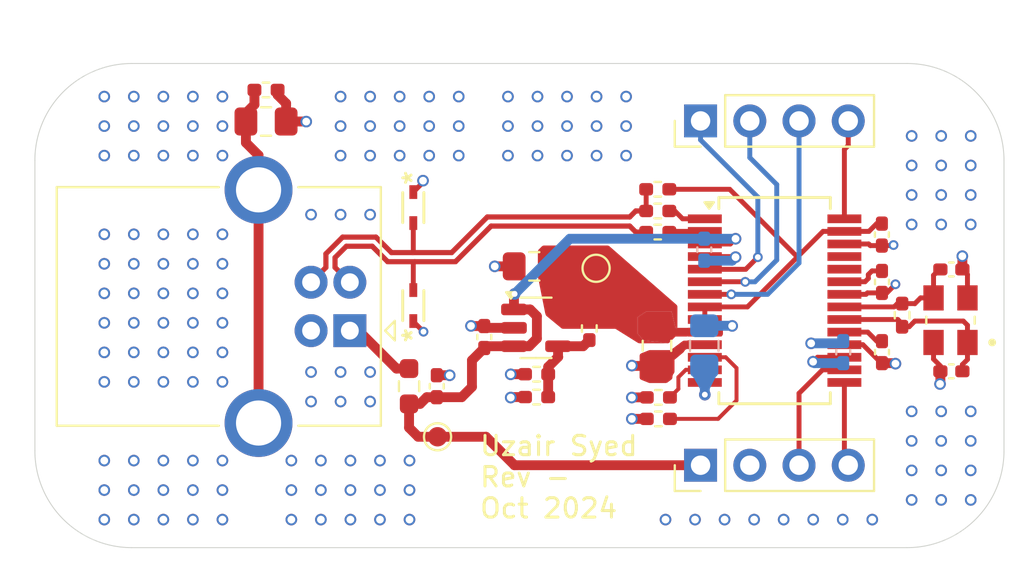
<source format=kicad_pcb>
(kicad_pcb (version 20240108) (generator "pcbnew") (generator_version "8.0")
  (layers (0 "F.Cu" signal) (1 "In1.Cu" signal) (2 "In2.Cu" signal) (31 "B.Cu" signal) (34 "B.Paste" user) (35 "F.Paste" user) (36 "B.SilkS" user "B.Silkscreen") (37 "F.SilkS" user "F.Silkscreen") (38 "B.Mask" user) (39 "F.Mask" user) (44 "Edge.Cuts" user))
  (net 0 "")
  (net 1 "/VCOM")
  (net 2 "GND")
  (net 3 "/VCCP1I")
  (net 4 "/VCCP2I")
  (net 5 "/VCCXI")
  (net 6 "VDDI")
  (net 7 "3V7")
  (net 8 "VBUS")
  (net 9 "/XTO")
  (net 10 "/XTI")
  (net 11 "CGND")
  (net 12 "/CONN_D-")
  (net 13 "/CONN_D+")
  (net 14 "VUSB_CONN")
  (net 15 "/HID1")
  (net 16 "/HID2")
  (net 17 "/HID0")
  (net 18 "/VOUTR")
  (net 19 "/~{SSPND}")
  (net 20 "/VOUTL")
  (net 21 "/USB_D+")
  (net 22 "/USB_D-")
  (net 23 "/VINR")
  (net 24 "/VINL")
  (net 25 "/ADJ")
  (footprint "TestPoint:TestPoint_Pad_D1.0mm" (layer "F.Cu") (at 85.775 94.275)
    (property "Reference" "TP2" (hide yes))
    (property "Value" "TestPoint")
  )
  (footprint "Resistor_SMD:R_0402_1005Metric_Pad0.72x0.64mm_HandSolder" (layer "F.Cu") (at 97.135 83.705)
    (property "Reference" "R2" (hide yes))
    (property "Value" "22R")
  )
  (footprint "Connector_PinHeader_2.54mm:PinHeader_1x04_P2.54mm_Vertical" (layer "F.Cu") (at 99.345 95.745 90)
    (property "Reference" "J2" (hide yes))
    (property "Value" "Conn_01x04_Pin")
  )
  (footprint "ESD321DYAR:SOT5x3_DYA_TEX-M" (layer "F.Cu") (at 84.5233 87.5001 90)
    (property "Reference" "D1" (hide yes))
    (property "Value" "ESD321")
  )
  (footprint "Resistor_SMD:R_0402_1005Metric_Pad0.72x0.64mm_HandSolder" (layer "F.Cu") (at 97.135 82.615)
    (property "Reference" "R1" (hide yes))
    (property "Value" "22R")
  )
  (footprint "Package_SO:SSOP-28_5.3x10.2mm_P0.65mm" (layer "F.Cu") (at 103.165 87.245)
    (property "Reference" "U1" (hide yes))
    (property "Value" "PCM2902")
  )
  (footprint "Resistor_SMD:R_0402_1005Metric_Pad0.72x0.64mm_HandSolder" (layer "F.Cu") (at 97.168 92.241 180)
    (property "Reference" "R3" (hide yes))
    (property "Value" "1k5")
  )
  (footprint "Resistor_SMD:R_0402_1005Metric_Pad0.72x0.64mm_HandSolder" (layer "F.Cu") (at 76.925 76.365)
    (property "Reference" "R7" (hide yes))
    (property "Value" "DNP")
  )
  (footprint "Capacitor_SMD:C_0805_2012Metric_Pad1.18x1.45mm_HandSolder" (layer "F.Cu") (at 97.095 89.58 -90)
    (property "Reference" "C6" (hide yes))
    (property "Value" "10u")
  )
  (footprint "Connector_USB:USB_B_OST_USB-B1HSxx_Horizontal" (layer "F.Cu") (at 81.25 88.795 180)
    (property "Reference" "J1" (hide yes))
    (property "Value" "USB_B")
  )
  (footprint "Capacitor_SMD:C_0402_1005Metric_Pad0.74x0.62mm_HandSolder" (layer "F.Cu") (at 85.735 91.665 90)
    (property "Reference" "C11" (hide yes))
    (property "Value" "1u")
  )
  (footprint "Capacitor_SMD:C_0402_1005Metric_Pad0.74x0.62mm_HandSolder" (layer "F.Cu") (at 108.705 89.905 -90)
    (property "Reference" "C3" (hide yes))
    (property "Value" "1u")
  )
  (footprint "ABM8:XTAL_ABM8-12.000MHZ-12-B1U-T" (layer "F.Cu") (at 112.24 88.255 180)
    (property "Reference" "Y1" (hide yes))
    (property "Value" "12MHz")
  )
  (footprint "ESD321DYAR:SOT5x3_DYA_TEX-M" (layer "F.Cu") (at 84.5234 82.4399 -90)
    (property "Reference" "D2" (hide yes))
    (property "Value" "ESD321")
  )
  (footprint "Resistor_SMD:R_0402_1005Metric_Pad0.72x0.64mm_HandSolder" (layer "F.Cu") (at 109.745 87.995 90)
    (property "Reference" "R5" (hide yes))
    (property "Value" "1M")
  )
  (footprint "Resistor_SMD:R_0402_1005Metric_Pad0.72x0.64mm_HandSolder" (layer "F.Cu") (at 93.605 88.685 -90)
    (property "Reference" "R10" (hide yes))
    (property "Value" "10k")
  )
  (footprint "Capacitor_SMD:C_0805_2012Metric_Pad1.18x1.45mm_HandSolder" (layer "F.Cu") (at 90.765 85.475 180)
    (property "Reference" "C12" (hide yes))
    (property "Value" "10u")
  )
  (footprint "Capacitor_SMD:C_0402_1005Metric_Pad0.74x0.62mm_HandSolder" (layer "F.Cu") (at 108.7 83.835 -90)
    (property "Reference" "C5" (hide yes))
    (property "Value" "1u")
  )
  (footprint "Capacitor_SMD:C_0402_1005Metric_Pad0.74x0.62mm_HandSolder" (layer "F.Cu") (at 88.185 89.125 90)
    (property "Reference" "C13" (hide yes))
    (property "Value" "1u")
  )
  (footprint "Capacitor_SMD:C_0402_1005Metric_Pad0.74x0.62mm_HandSolder" (layer "F.Cu") (at 112.285 85.635)
    (property "Reference" "C9" (hide yes))
    (property "Value" "20p")
  )
  (footprint "Resistor_SMD:R_0402_1005Metric_Pad0.72x0.64mm_HandSolder" (layer "F.Cu") (at 90.885 92.225 180)
    (property "Reference" "R9" (hide yes))
    (property "Value" "10k")
  )
  (footprint "Capacitor_SMD:C_0402_1005Metric_Pad0.74x0.62mm_HandSolder" (layer "F.Cu") (at 108.705 86.279 -90)
    (property "Reference" "C4" (hide yes))
    (property "Value" "1u")
  )
  (footprint "Capacitor_SMD:C_0805_2012Metric_Pad1.18x1.45mm_HandSolder" (layer "F.Cu") (at 76.925 77.995)
    (property "Reference" "C10" (hide yes))
    (property "Value" "2n2")
  )
  (footprint "Resistor_SMD:R_0402_1005Metric_Pad0.72x0.64mm_HandSolder" (layer "F.Cu") (at 90.885 91.045 180)
    (property "Reference" "R11" (hide yes))
    (property "Value" "10k")
  )
  (footprint "TestPoint:TestPoint_Pad_D1.0mm" (layer "F.Cu") (at 93.955 85.575)
    (property "Reference" "TP1" (hide yes))
    (property "Value" "TestPoint")
  )
  (footprint "Resistor_SMD:R_0402_1005Metric_Pad0.72x0.64mm_HandSolder" (layer "F.Cu") (at 97.168 93.351 180)
    (property "Reference" "R4" (hide yes))
    (property "Value" "1k5")
  )
  (footprint "Connector_PinHeader_2.54mm:PinHeader_1x04_P2.54mm_Vertical" (layer "F.Cu") (at 99.345 77.965 90)
    (property "Reference" "J3" (hide yes))
    (property "Value" "Conn_01x04_Pin")
  )
  (footprint "Resistor_SMD:R_0402_1005Metric_Pad0.72x0.64mm_HandSolder" (layer "F.Cu") (at 97.135 81.495 180)
    (property "Reference" "R6" (hide yes))
    (property "Value" "1k5")
  )
  (footprint "Capacitor_SMD:C_0402_1005Metric_Pad0.74x0.62mm_HandSolder" (layer "F.Cu") (at 112.285 90.895 180)
    (property "Reference" "C8" (hide yes))
    (property "Value" "20p")
  )
  (footprint "Resistor_SMD:R_0603_1608Metric_Pad0.98x0.95mm_HandSolder" (layer "F.Cu") (at 84.305 91.665 -90)
    (property "Reference" "R8" (hide yes))
    (property "Value" "2.2")
  )
  (footprint "Package_TO_SOT_SMD:SOT-23-5" (layer "F.Cu") (at 90.855 88.65)
    (property "Reference" "U2" (hide yes))
    (property "Value" "SPX3819M5-L")
  )
  (footprint "Capacitor_SMD:C_0402_1005Metric_Pad0.74x0.62mm_HandSolder" (layer "B.Cu") (at 106.705 89.905 90)
    (property "Reference" "C2" (hide yes))
    (property "Value" "1u")
  )
  (footprint "Capacitor_SMD:C_0805_2012Metric_Pad1.18x1.45mm_HandSolder" (layer "B.Cu") (at 99.536 89.58 90)
    (property "Reference" "C1" (hide yes))
    (property "Value" "10u")
  )
  (footprint "Capacitor_SMD:C_0402_1005Metric_Pad0.74x0.62mm_HandSolder" (layer "B.Cu") (at 99.535 84.615 -90)
    (property "Reference" "C7" (hide yes))
    (property "Value" "1u")
  )
  (gr_line (start 65 80) (end 65 95) (stroke (width 0.05)) (layer "Edge.Cuts"))
  (gr_line (start 70 100) (end 110 100) (stroke (width 0.05)) (layer "Edge.Cuts"))
  (gr_arc (start 70 100) (mid 66.464466 98.535534) (end 65 95) (stroke (width 0.05)) (layer "Edge.Cuts"))
  (gr_arc (start 115 95) (mid 113.535534 98.535534) (end 110 100) (stroke (width 0.05)) (layer "Edge.Cuts"))
  (gr_arc (start 110 75) (mid 113.535534 76.464466) (end 115 80) (stroke (width 0.05)) (layer "Edge.Cuts"))
  (gr_arc (start 65 80) (mid 66.464466 76.464466) (end 70 75) (stroke (width 0.05)) (layer "Edge.Cuts"))
  (gr_line (start 110 75) (end 70 75) (stroke (width 0.05)) (layer "Edge.Cuts"))
  (gr_line (start 115 95) (end 115 80) (stroke (width 0.05)) (layer "Edge.Cuts"))
  (gr_text "Uzair Syed	\nRev -\nOct 2024" (at 87.884 98.552 0) (layer "F.SilkS") (effects (font (size 1 1) (thickness 0.153) (bold yes)) (justify left bottom)))
  (segment (start 99.565 92.1) (end 99.565 91.47) (width 0.254) (layer "F.Cu") (net 1))
  (via (at 99.565 92.1) (size 0.6) (drill 0.3) (layers "F.Cu" "B.Cu") (net 1))
  (segment (start 99.565 90.6465) (end 99.536 90.6175) (width 0.508) (layer "B.Cu") (net 1))
  (segment (start 99.565 92.1) (end 99.565 90.6465) (width 0.508) (layer "B.Cu") (net 1))
  (segment (start 89.575 92.225) (end 89.55 92.25) (width 0.508) (layer "F.Cu") (net 2))
  (segment (start 105.12 89.52) (end 105.05 89.45) (width 0.254) (layer "F.Cu") (net 2))
  (segment (start 88.185 88.5575) (end 87.5075 88.5575) (width 0.508) (layer "F.Cu") (net 2))
  (segment (start 111.7175 90.895) (end 111.7175 90.6175) (width 0.254) (layer "F.Cu") (net 2))
  (segment (start 112.8525 85.635) (end 113.115 85.8975) (width 0.254) (layer "F.Cu") (net 2))
  (segment (start 85.025 81.05) (end 85.025 81.1382) (width 0.254) (layer "F.Cu") (net 2))
  (segment (start 111.7175 90.6175) (end 111.365 90.265) (width 0.254) (layer "F.Cu") (net 2))
  (segment (start 88.2775 88.65) (end 88.185 88.5575) (width 0.508) (layer "F.Cu") (net 2))
  (segment (start 89.7275 85.475) (end 88.725 85.475) (width 0.508) (layer "F.Cu") (net 2))
  (segment (start 111.365 90.265) (end 111.365 89.405) (width 0.254) (layer "F.Cu") (net 2))
  (segment (start 106.765 84.32) (end 108.02 84.32) (width 0.254) (layer "F.Cu") (net 2))
  (segment (start 77.9625 77.995) (end 78.995 77.995) (width 0.508) (layer "F.Cu") (net 2))
  (segment (start 85.025 81.1382) (end 84.5234 81.6398) (width 0.254) (layer "F.Cu") (net 2))
  (segment (start 106.765 89.52) (end 107.72 89.52) (width 0.254) (layer "F.Cu") (net 2))
  (segment (start 96.5705 92.241) (end 95.809 92.241) (width 0.508) (layer "F.Cu") (net 2))
  (segment (start 84.5233 88.3002) (end 84.5233 88.3233) (width 0.254) (layer "F.Cu") (net 2))
  (segment (start 85.735 91.0975) (end 86.3975 91.0975) (width 0.508) (layer "F.Cu") (net 2))
  (segment (start 108.7 84.4025) (end 109.2725 84.4025) (width 0.254) (layer "F.Cu") (net 2))
  (segment (start 108.02 84.32) (end 108.1025 84.4025) (width 0.254) (layer "F.Cu") (net 2))
  (segment (start 109.3725 90.4725) (end 109.4 90.5) (width 0.508) (layer "F.Cu") (net 2))
  (segment (start 89.7175 88.65) (end 88.2775 88.65) (width 0.508) (layer "F.Cu") (net 2))
  (segment (start 95.8175 90.6175) (end 95.8 90.6) (width 0.508) (layer "F.Cu") (net 2))
  (segment (start 90.2875 91.045) (end 89.555 91.045) (width 0.508) (layer "F.Cu") (net 2))
  (segment (start 113.115 85.8975) (end 113.115 87.105) (width 0.254) (layer "F.Cu") (net 2))
  (segment (start 109.2725 84.4025) (end 109.3 84.375) (width 0.254) (layer "F.Cu") (net 2))
  (segment (start 90.2875 92.225) (end 89.575 92.225) (width 0.508) (layer "F.Cu") (net 2))
  (segment (start 107.88 86.92) (end 106.765 86.92) (width 0.254) (layer "F.Cu") (net 2))
  (segment (start 107.72 89.52) (end 108.6725 90.4725) (width 0.254) (layer "F.Cu") (net 2))
  (segment (start 108.6725 90.4725) (end 108.705 90.4725) (width 0.254) (layer "F.Cu") (net 2))
  (segment (start 111.7175 90.895) (end 111.7175 91.5325) (width 0.508) (layer "F.Cu") (net 2))
  (segment (start 106.765 89.52) (end 105.12 89.52) (width 0.254) (layer "F.Cu") (net 2))
  (segment (start 77.5225 76.365) (end 77.5225 76.6225) (width 0.508) (layer "F.Cu") (net 2))
  (segment (start 78.995 77.995) (end 79 78) (width 0.508) (layer "F.Cu") (net 2))
  (segment (start 112.8525 85.635) (end 112.8525 84.9525) (width 0.508) (layer "F.Cu") (net 2))
  (segment (start 84.5233 88.3233) (end 85.05 88.85) (width 0.254) (layer "F.Cu") (net 2))
  (segment (start 99.565 84.97) (end 101.12 84.97) (width 0.254) (layer "F.Cu") (net 2))
  (segment (start 84.5233 88.3002) (end 84.5233 88.4733) (width 0.254) (layer "F.Cu") (net 2))
  (segment (start 95.809 92.241) (end 95.8 92.25) (width 0.508) (layer "F.Cu") (net 2))
  (segment (start 108.9535 86.8465) (end 109.4 86.4) (width 0.254) (layer "F.Cu") (net 2))
  (segment (start 107.9535 86.8465) (end 107.88 86.92) (width 0.254) (layer "F.Cu") (net 2))
  (segment (start 101.12 84.97) (end 101.15 85) (width 0.254) (layer "F.Cu") (net 2))
  (segment (start 86.3975 91.0975) (end 86.4 91.1) (width 0.508) (layer "F.Cu") (net 2))
  (segment (start 89.555 91.045) (end 89.55 91.05) (width 0.508) (layer "F.Cu") (net 2))
  (segment (start 87.5075 88.5575) (end 87.5 88.55) (width 0.508) (layer "F.Cu") (net 2))
  (segment (start 112.8525 84.9525) (end 112.85 84.95) (width 0.508) (layer "F.Cu") (net 2))
  (segment (start 96.5705 93.351) (end 95.801 93.351) (width 0.508) (layer "F.Cu") (net 2))
  (segment (start 77.5225 76.6225) (end 77.9625 77.0625) (width 0.508) (layer "F.Cu") (net 2))
  (segment (start 108.705 90.4725) (end 109.3725 90.4725) (width 0.508) (layer "F.Cu") (net 2))
  (segment (start 97.095 90.6175) (end 95.8175 90.6175) (width 0.508) (layer "F.Cu") (net 2))
  (segment (start 111.7175 91.5325) (end 111.7 91.55) (width 0.508) (layer "F.Cu") (net 2))
  (segment (start 108.705 86.8465) (end 108.9535 86.8465) (width 0.254) (layer "F.Cu") (net 2))
  (segment (start 108.1025 84.4025) (end 108.7 84.4025) (width 0.254) (layer "F.Cu") (net 2))
  (segment (start 108.705 86.8465) (end 107.9535 86.8465) (width 0.254) (layer "F.Cu") (net 2))
  (segment (start 95.801 93.351) (end 95.8 93.35) (width 0.508) (layer "F.Cu") (net 2))
  (segment (start 77.9625 77.0625) (end 77.9625 77.995) (width 0.508) (layer "F.Cu") (net 2))
  (via (at 74.676 88.392) (size 0.6) (drill 0.4) (layers "F.Cu" "B.Cu") (net 2))
  (via (at 90.932 78.232) (size 0.6) (drill 0.4) (layers "F.Cu" "B.Cu") (net 2))
  (via (at 87.5 88.55) (size 0.6) (drill 0.4) (layers "F.Cu" "B.Cu") (net 2))
  (via (at 71.628 76.708) (size 0.6) (drill 0.4) (layers "F.Cu" "B.Cu") (net 2))
  (via (at 103.632 98.552) (size 0.6) (drill 0.4) (layers "F.Cu" "B.Cu") (net 2))
  (via (at 70.104 78.232) (size 0.6) (drill 0.4) (layers "F.Cu" "B.Cu") (net 2))
  (via (at 71.628 78.232) (size 0.6) (drill 0.4) (layers "F.Cu" "B.Cu") (net 2))
  (via (at 86.868 76.708) (size 0.6) (drill 0.4) (layers "F.Cu" "B.Cu") (net 2))
  (via (at 111.76 80.264) (size 0.6) (drill 0.4) (layers "F.Cu" "B.Cu") (net 2))
  (via (at 86.868 78.232) (size 0.6) (drill 0.4) (layers "F.Cu" "B.Cu") (net 2))
  (via (at 80.772 82.804) (size 0.6) (drill 0.4) (layers "F.Cu" "B.Cu") (net 2))
  (via (at 85.05 88.85) (size 0.5) (drill 0.3) (layers "F.Cu" "B.Cu") (net 2))
  (via (at 74.676 85.344) (size 0.6) (drill 0.4) (layers "F.Cu" "B.Cu") (net 2))
  (via (at 82.804 97.028) (size 0.6) (drill 0.4) (layers "F.Cu" "B.Cu") (net 2))
  (via (at 92.456 78.232) (size 0.6) (drill 0.4) (layers "F.Cu" "B.Cu") (net 2))
  (via (at 82.296 82.804) (size 0.6) (drill 0.4) (layers "F.Cu" "B.Cu") (net 2))
  (via (at 71.628 89.916) (size 0.6) (drill 0.4) (layers "F.Cu" "B.Cu") (net 2))
  (via (at 81.28 95.504) (size 0.6) (drill 0.4) (layers "F.Cu" "B.Cu") (net 2))
  (via (at 113.284 94.488) (size 0.6) (drill 0.4) (layers "F.Cu" "B.Cu") (net 2))
  (via (at 70.104 83.82) (size 0.6) (drill 0.4) (layers "F.Cu" "B.Cu") (net 2))
  (via (at 110.236 96.012) (size 0.6) (drill 0.4) (layers "F.Cu" "B.Cu") (net 2))
  (via (at 109.3 84.375) (size 0.5) (drill 0.3) (layers "F.Cu" "B.Cu") (net 2))
  (via (at 90.932 79.756) (size 0.6) (drill 0.4) (layers "F.Cu" "B.Cu") (net 2))
  (via (at 110.236 81.788) (size 0.6) (drill 0.4) (layers "F.Cu" "B.Cu") (net 2))
  (via (at 97.536 98.552) (size 0.6) (drill 0.4) (layers "F.Cu" "B.Cu") (net 2))
  (via (at 68.58 88.392) (size 0.6) (drill 0.4) (layers "F.Cu" "B.Cu") (net 2))
  (via (at 73.152 95.504) (size 0.6) (drill 0.4) (layers "F.Cu" "B.Cu") (net 2))
  (via (at 113.284 78.74) (size 0.6) (drill 0.4) (layers "F.Cu" "B.Cu") (net 2))
  (via (at 74.676 98.552) (size 0.6) (drill 0.4) (layers "F.Cu" "B.Cu") (net 2))
  (via (at 84.328 97.028) (size 0.6) (drill 0.4) (layers "F.Cu" "B.Cu") (net 2))
  (via (at 111.76 96.012) (size 0.6) (drill 0.4) (layers "F.Cu" "B.Cu") (net 2))
  (via (at 101.15 85) (size 0.6) (drill 0.4) (layers "F.Cu" "B.Cu") (net 2))
  (via (at 110.236 80.264) (size 0.6) (drill 0.4) (layers "F.Cu" "B.Cu") (net 2))
  (via (at 79.756 98.552) (size 0.6) (drill 0.4) (layers "F.Cu" "B.Cu") (net 2))
  (via (at 70.104 88.392) (size 0.6) (drill 0.4) (layers "F.Cu" "B.Cu") (net 2))
  (via (at 74.676 86.868) (size 0.6) (drill 0.4) (layers "F.Cu" "B.Cu") (net 2))
  (via (at 102.108 98.552) (size 0.6) (drill 0.4) (layers "F.Cu" "B.Cu") (net 2))
  (via (at 68.58 86.868) (size 0.6) (drill 0.4) (layers "F.Cu" "B.Cu") (net 2))
  (via (at 71.628 79.756) (size 0.6) (drill 0.4) (layers "F.Cu" "B.Cu") (net 2))
  (via (at 89.408 76.708) (size 0.6) (drill 0.4) (layers "F.Cu" "B.Cu") (net 2))
  (via (at 95.8 93.35) (size 0.6) (drill 0.4) (layers "F.Cu" "B.Cu") (net 2))
  (via (at 68.58 76.708) (size 0.6) (drill 0.4) (layers "F.Cu" "B.Cu") (net 2))
  (via (at 79 78) (size 0.6) (drill 0.4) (layers "F.Cu" "B.Cu") (net 2))
  (via (at 79.756 95.504) (size 0.6) (drill 0.4) (layers "F.Cu" "B.Cu") (net 2))
  (via (at 68.58 89.916) (size 0.6) (drill 0.4) (layers "F.Cu" "B.Cu") (net 2))
  (via (at 70.104 86.868) (size 0.6) (drill 0.4) (layers "F.Cu" "B.Cu") (net 2))
  (via (at 100.584 98.552) (size 0.6) (drill 0.4) (layers "F.Cu" "B.Cu") (net 2))
  (via (at 111.76 97.536) (size 0.6) (drill 0.4) (layers "F.Cu" "B.Cu") (net 2))
  (via (at 82.804 95.504) (size 0.6) (drill 0.4) (layers "F.Cu" "B.Cu") (net 2))
  (via (at 68.58 98.552) (size 0.6) (drill 0.4) (layers "F.Cu" "B.Cu") (net 2))
  (via (at 112.85 84.95) (size 0.6) (drill 0.4) (layers "F.Cu" "B.Cu") (net 2))
  (via (at 110.236 94.488) (size 0.6) (drill 0.4) (layers "F.Cu" "B.Cu") (net 2))
  (via (at 111.76 83.312) (size 0.6) (drill 0.4) (layers "F.Cu" "B.Cu") (net 2))
  (via (at 85.344 78.232) (size 0.6) (drill 0.4) (layers "F.Cu" "B.Cu") (net 2))
  (via (at 74.676 79.756) (size 0.6) (drill 0.4) (layers "F.Cu" "B.Cu") (net 2))
  (via (at 70.104 95.504) (size 0.6) (drill 0.4) (layers "F.Cu" "B.Cu") (net 2))
  (via (at 73.152 97.028) (size 0.6) (drill 0.4) (layers "F.Cu" "B.Cu") (net 2))
  (via (at 73.152 89.916) (size 0.6) (drill 0.4) (layers "F.Cu" "B.Cu") (net 2))
  (via (at 73.152 98.552) (size 0.6) (drill 0.4) (layers "F.Cu" "B.Cu") (net 2))
  (via (at 100.975 88.55) (size 0.6) (drill 0.4) (layers "F.Cu" "B.Cu") (net 2))
  (via (at 74.676 83.82) (size 0.6) (drill 0.4) (layers "F.Cu" "B.Cu") (net 2))
  (via (at 109.4 90.5) (size 0.6) (drill 0.4) (layers "F.Cu" "B.Cu") (net 2))
  (via (at 113.284 80.264) (size 0.6) (drill 0.4) (layers "F.Cu" "B.Cu") (net 2))
  (via (at 80.772 76.708) (size 0.6) (drill 0.4) (layers "F.Cu" "B.Cu") (net 2))
  (via (at 105.156 98.552) (size 0.6) (drill 0.4) (layers "F.Cu" "B.Cu") (net 2))
  (via (at 110.236 78.74) (size 0.6) (drill 0.4) (layers "F.Cu" "B.Cu") (net 2))
  (via (at 73.152 79.756) (size 0.6) (drill 0.4) (layers "F.Cu" "B.Cu") (net 2))
  (via (at 81.28 97.028) (size 0.6) (drill 0.4) (layers "F.Cu" "B.Cu") (net 2))
  (via (at 92.456 76.708) (size 0.6) (drill 0.4) (layers "F.Cu" "B.Cu") (net 2))
  (via (at 68.58 78.232) (size 0.6) (drill 0.4) (layers "F.Cu" "B.Cu") (net 2))
  (via (at 73.152 88.392) (size 0.6) (drill 0.4) (layers "F.Cu" "B.Cu") (net 2))
  (via (at 78.232 97.028) (size 0.6) (drill 0.4) (layers "F.Cu" "B.Cu") (net 2))
  (via (at 84.328 98.552) (size 0.6) (drill 0.4) (layers "F.Cu" "B.Cu") (net 2))
  (via (at 70.104 97.028) (size 0.6) (drill 0.4) (layers "F.Cu" "B.Cu") (net 2))
  (via (at 82.804 98.552) (size 0.6) (drill 0.4) (layers "F.Cu" "B.Cu") (net 2))
  (via (at 113.284 81.788) (size 0.6) (drill 0.4) (layers "F.Cu" "B.Cu") (net 2))
  (via (at 68.58 95.504) (size 0.6) (drill 0.4) (layers "F.Cu" "B.Cu") (net 2))
  (via (at 80.772 90.932) (size 0.6) (drill 0.4) (layers "F.Cu" "B.Cu") (net 2))
  (via (at 113.284 96.012) (size 0.6) (drill 0.4) (layers "F.Cu" "B.Cu") (net 2))
  (via (at 71.628 98.552) (size 0.6) (drill 0.4) (layers "F.Cu" "B.Cu") (net 2))
  (via (at 68.58 83.82) (size 0.6) (drill 0.4) (layers "F.Cu" "B.Cu") (net 2))
  (via (at 95.504 76.708) (size 0.6) (drill 0.4) (layers "F.Cu" "B.Cu") (net 2))
  (via (at 70.104 76.708) (size 0.6) (drill 0.4) (layers "F.Cu" "B.Cu") (net 2))
  (via (at 89.55 91.05) (size 0.6) (drill 0.4) (layers "F.Cu" "B.Cu") (net 2))
  (via (at 74.676 95.504) (size 0.6) (drill 0.4) (layers "F.Cu" "B.Cu") (net 2))
  (via (at 111.76 94.488) (size 0.6) (drill 0.4) (layers "F.Cu" "B.Cu") (net 2))
  (via (at 110.236 92.964) (size 0.6) (drill 0.4) (layers "F.Cu" "B.Cu") (net 2))
  (via (at 113.284 92.964) (size 0.6) (drill 0.4) (layers "F.Cu" "B.Cu") (net 2))
  (via (at 71.628 83.82) (size 0.6) (drill 0.4) (layers "F.Cu" "B.Cu") (net 2))
  (via (at 89.408 78.232) (size 0.6) (drill 0.4) (layers "F.Cu" "B.Cu") (net 2))
  (via (at 86.868 79.756) (size 0.6) (drill 0.4) (layers "F.Cu" "B.Cu") (net 2))
  (via (at 80.772 92.456) (size 0.6) (drill 0.4) (layers "F.Cu" "B.Cu") (net 2))
  (via (at 70.104 98.552) (size 0.6) (drill 0.4) (layers "F.Cu" "B.Cu") (net 2))
  (via (at 78.232 95.504) (size 0.6) (drill 0.4) (layers "F.Cu" "B.Cu") (net 2))
  (via (at 93.98 78.232) (size 0.6) (drill 0.4) (layers "F.Cu" "B.Cu") (net 2))
  (via (at 89.408 79.756) (size 0.6) (drill 0.4) (layers "F.Cu" "B.Cu") (net 2))
  (via (at 82.296 79.756) (size 0.6) (drill 0.4) (layers "F.Cu" "B.Cu") (net 2))
  (via (at 79.756 97.028) (size 0.6) (drill 0.4) (layers "F.Cu" "B.Cu") (net 2))
  (via (at 105.05 89.45) (size 0.6) (drill 0.4) (layers "F.Cu" "B.Cu") (net 2))
  (via (at 68.58 85.344) (size 0.6) (drill 0.4) (layers "F.Cu" "B.Cu") (net 2))
  (via (at 74.676 89.916) (size 0.6) (drill 0.4) (layers "F.Cu" "B.Cu") (net 2))
  (via (at 95.8 90.6) (size 0.6) (drill 0.4) (layers "F.Cu" "B.Cu") (net 2))
  (via (at 71.628 97.028) (size 0.6) (drill 0.4) (layers "F.Cu" "B.Cu") (net 2))
  (via (at 81.28 98.552) (size 0.6) (drill 0.4) (layers "F.Cu" "B.Cu") (net 2))
  (via (at 111.76 81.788) (size 0.6) (drill 0.4) (layers "F.Cu" "B.Cu") (net 2))
  (via (at 106.68 98.552) (size 0.6) (drill 0.4) (layers "F.Cu" "B.Cu") (net 2))
  (via (at 73.152 83.82) (size 0.6) (drill 0.4) (layers "F.Cu" "B.Cu") (net 2))
  (via (at 73.152 78.232) (size 0.6) (drill 0.4) (layers "F.Cu" "B.Cu") (net 2))
  (via (at 71.628 88.392) (size 0.6) (drill 0.4) (layers "F.Cu" "B.Cu") (net 2))
  (via (at 70.104 79.756) (size 0.6) (drill 0.4) (layers "F.Cu" "B.Cu") (net 2))
  (via (at 70.104 91.44) (size 0.6) (drill 0.4) (layers "F.Cu" "B.Cu") (net 2))
  (via (at 88.725 85.475) (size 0.6) (drill 0.4) (layers "F.Cu" "B.Cu") (net 2))
  (via (at 95.504 79.756) (size 0.6) (drill 0.4) (layers "F.Cu" "B.Cu") (net 2))
  (via (at 73.152 76.708) (size 0.6) (drill 0.4) (layers "F.Cu" "B.Cu") (net 2))
  (via (at 84.328 95.504) (size 0.6) (drill 0.4) (layers "F.Cu" "B.Cu") (net 2))
  (via (at 109.4 86.4) (size 0.5) (drill 0.3) (layers "F.Cu" "B.Cu") (net 2))
  (via (at 95.504 78.232) (size 0.6) (drill 0.4) (layers "F.Cu" "B.Cu") (net 2))
  (via (at 70.104 85.344) (size 0.6) (drill 0.4) (layers "F.Cu" "B.Cu") (net 2))
  (via (at 95.8 92.25) (size 0.6) (drill 0.4) (layers "F.Cu" "B.Cu") (net 2))
  (via (at 71.628 86.868) (size 0.6) (drill 0.4) (layers "F.Cu" "B.Cu") (net 2))
  (via (at 74.676 97.028) (size 0.6) (drill 0.4) (layers "F.Cu" "B.Cu") (net 2))
  (via (at 79.248 90.932) (size 0.6) (drill 0.4) (layers "F.Cu" "B.Cu") (net 2))
  (via (at 73.152 86.868) (size 0.6) (drill 0.4) (layers "F.Cu" "B.Cu") (net 2))
  (via (at 108.204 98.552) (size 0.6) (drill 0.4) (layers "F.Cu" "B.Cu") (net 2))
  (via (at 83.82 78.232) (size 0.6) (drill 0.4) (layers "F.Cu" "B.Cu") (net 2))
  (via (at 68.58 97.028) (size 0.6) (drill 0.4) (layers "F.Cu" "B.Cu") (net 2))
  (via (at 82.296 92.456) (size 0.6) (drill 0.4) (layers "F.Cu" "B.Cu") (net 2))
  (via (at 79.248 92.456) (size 0.6) (drill 0.4) (layers "F.Cu" "B.Cu") (net 2))
  (via (at 92.456 79.756) (size 0.6) (drill 0.4) (layers "F.Cu" "B.Cu") (net 2))
  (via (at 73.152 91.44) (size 0.6) (drill 0.4) (layers "F.Cu" "B.Cu") (net 2))
  (via (at 70.104 89.916) (size 0.6) (drill 0.4) (layers "F.Cu" "B.Cu") (net 2))
  (via (at 74.676 78.232) (size 0.6) (drill 0.4) (layers "F.Cu" "B.Cu") (net 2))
  (via (at 85.344 79.756) (size 0.6) (drill 0.4) (layers "F.Cu" "B.Cu") (net 2))
  (via (at 71.628 85.344) (size 0.6) (drill 0.4) (layers "F.Cu" "B.Cu") (net 2))
  (via (at 82.296 90.932) (size 0.6) (drill 0.4) (layers "F.Cu" "B.Cu") (net 2))
  (via (at 68.58 79.756) (size 0.6) (drill 0.4) (layers "F.Cu" "B.Cu") (net 2))
  (via (at 79.248 82.804) (size 0.6) (drill 0.4) (layers "F.Cu" "B.Cu") (net 2))
  (via (at 71.628 91.44) (size 0.6) (drill 0.4) (layers "F.Cu" "B.Cu") (net 2))
  (via (at 93.98 79.756) (size 0.6) (drill 0.4) (layers "F.Cu" "B.Cu") (net 2))
  (via (at 83.82 76.708) (size 0.6) (drill 0.4) (layers "F.Cu" "B.Cu") (net 2))
  (via (at 82.296 78.232) (size 0.6) (drill 0.4) (layers "F.Cu" "B.Cu") (net 2))
  (via (at 89.55 92.25) (size 0.6) (drill 0.4) (layers "F.Cu" "B.Cu") (net 2))
  (via (at 85.025 81.05) (size 0.6) (drill 0.4) (layers "F.Cu" "B.Cu") (net 2))
  (via (at 74.676 76.708) (size 0.6) (drill 0.4) (layers "F.Cu" "B.Cu") (net 2))
  (via (at 86.4 91.1) (size 0.6) (drill 0.4) (layers "F.Cu" "B.Cu") (net 2))
  (via (at 110.236 97.536) (size 0.6) (drill 0.4) (layers "F.Cu" "B.Cu") (net 2))
  (via (at 82.296 76.708) (size 0.6) (drill 0.4) (layers "F.Cu" "B.Cu") (net 2))
  (via (at 78.232 98.552) (size 0.6) (drill 0.4) (layers "F.Cu" "B.Cu") (net 2))
  (via (at 111.76 78.74) (size 0.6) (drill 0.4) (layers "F.Cu" "B.Cu") (net 2))
  (via (at 113.284 83.312) (size 0.6) (drill 0.4) (layers "F.Cu" "B.Cu") (net 2))
  (via (at 83.82 79.756) (size 0.6) (drill 0.4) (layers "F.Cu" "B.Cu") (net 2))
  (via (at 68.58 91.44) (size 0.6) (drill 0.4) (layers "F.Cu" "B.Cu") (net 2))
  (via (at 80.772 78.232) (size 0.6) (drill 0.4) (layers "F.Cu" "B.Cu") (net 2))
  (via (at 111.76 92.964) (size 0.6) (drill 0.4) (layers "F.Cu" "B.Cu") (net 2))
  (via (at 73.152 85.344) (size 0.6) (drill 0.4) (layers "F.Cu" "B.Cu") (net 2))
  (via (at 99.06 98.552) (size 0.6) (drill 0.4) (layers "F.Cu" "B.Cu") (net 2))
  (via (at 85.344 76.708) (size 0.6) (drill 0.4) (layers "F.Cu" "B.Cu") (net 2))
  (via (at 110.236 83.312) (size 0.6) (drill 0.4) (layers "F.Cu" "B.Cu") (net 2))
  (via (at 71.628 95.504) (size 0.6) (drill 0.4) (layers "F.Cu" "B.Cu") (net 2))
  (via (at 113.284 97.536) (size 0.6) (drill 0.4) (layers "F.Cu" "B.Cu") (net 2))
  (via (at 90.932 76.708) (size 0.6) (drill 0.4) (layers "F.Cu" "B.Cu") (net 2))
  (via (at 80.772 79.756) (size 0.6) (drill 0.4) (layers "F.Cu" "B.Cu") (net 2))
  (via (at 111.7 91.55) (size 0.6) (drill 0.4) (layers "F.Cu" "B.Cu") (net 2))
  (via (at 93.98 76.708) (size 0.6) (drill 0.4) (layers "F.Cu" "B.Cu") (net 2))
  (via (at 74.676 91.44) (size 0.6) (drill 0.4) (layers "F.Cu" "B.Cu") (net 2))
  (segment (start 99.536 88.5425) (end 100.9675 88.5425) (width 0.508) (layer "B.Cu") (net 2))
  (segment (start 105.05 89.45) (end 106.5925 89.45) (width 0.508) (layer "B.Cu") (net 2))
  (segment (start 106.5925 89.45) (end 106.705 89.3375) (width 0.508) (layer "B.Cu") (net 2))
  (segment (start 100.9675 85.1825) (end 101.15 85) (width 0.508) (layer "B.Cu") (net 2))
  (segment (start 100.9675 88.5425) (end 100.975 88.55) (width 0.508) (layer "B.Cu") (net 2))
  (segment (start 99.535 85.1825) (end 100.9675 85.1825) (width 0.508) (layer "B.Cu") (net 2))
  (segment (start 105.15 90.4) (end 105.38 90.17) (width 0.254) (layer "F.Cu") (net 3))
  (segment (start 105.38 90.17) (end 106.765 90.17) (width 0.254) (layer "F.Cu") (net 3))
  (via (at 105.15 90.4) (size 0.6) (drill 0.4) (layers "F.Cu" "B.Cu") (net 3))
  (segment (start 105.2225 90.4725) (end 105.15 90.4) (width 0.508) (layer "B.Cu") (net 3))
  (segment (start 106.705 90.4725) (end 105.2225 90.4725) (width 0.508) (layer "B.Cu") (net 3))
  (segment (start 107.97 88.87) (end 106.765 88.87) (width 0.254) (layer "F.Cu") (net 4))
  (segment (start 108.4375 89.3375) (end 107.97 88.87) (width 0.254) (layer "F.Cu") (net 4))
  (segment (start 108.705 89.3375) (end 108.4375 89.3375) (width 0.254) (layer "F.Cu") (net 4))
  (segment (start 108.1885 85.7115) (end 108 85.9) (width 0.254) (layer "F.Cu") (net 5))
  (segment (start 108 86.1) (end 107.83 86.27) (width 0.254) (layer "F.Cu") (net 5))
  (segment (start 108.705 85.7115) (end 108.1885 85.7115) (width 0.254) (layer "F.Cu") (net 5))
  (segment (start 108 85.9) (end 108 86.1) (width 0.254) (layer "F.Cu") (net 5))
  (segment (start 107.83 86.27) (end 106.765 86.27) (width 0.254) (layer "F.Cu") (net 5))
  (segment (start 108.4325 83.2675) (end 108.7 83.2675) (width 0.254) (layer "F.Cu") (net 6))
  (segment (start 101.761 87.57) (end 104.3405 84.9905) (width 0.254) (layer "F.Cu") (net 6))
  (segment (start 100.845 81.495) (end 97.7325 81.495) (width 0.254) (layer "F.Cu") (net 6))
  (segment (start 104.3405 84.9905) (end 105.661 83.67) (width 0.254) (layer "F.Cu") (net 6))
  (segment (start 105.661 83.67) (end 106.765 83.67) (width 0.254) (layer "F.Cu") (net 6))
  (segment (start 99.565 88.22) (end 99.565 87.57) (width 0.254) (layer "F.Cu") (net 6))
  (segment (start 106.765 83.67) (end 108.03 83.67) (width 0.254) (layer "F.Cu") (net 6))
  (segment (start 99.565 87.57) (end 101.761 87.57) (width 0.254) (layer "F.Cu") (net 6))
  (segment (start 108.03 83.67) (end 108.4325 83.2675) (width 0.254) (layer "F.Cu") (net 6))
  (segment (start 104.3405 84.9905) (end 100.845 81.495) (width 0.254) (layer "F.Cu") (net 6))
  (segment (start 88.275 94.275) (end 85.775 94.275) (width 0.508) (layer "F.Cu") (net 8))
  (segment (start 100.88 84.32) (end 101.15 84.05) (width 0.254) (layer "F.Cu") (net 8))
  (segment (start 84.305 93.805) (end 84.305 92.5775) (width 0.508) (layer "F.Cu") (net 8))
  (segment (start 88.2775 89.6) (end 88.185 89.6925) (width 0.508) (layer "F.Cu") (net 8))
  (segment (start 85.2175 92.2325) (end 85.735 92.2325) (width 0.508) (layer "F.Cu") (net 8))
  (segment (start 90.9 88.05) (end 90.55 87.7) (width 0.508) (layer "F.Cu") (net 8))
  (segment (start 87.55 91.7) (end 87.0175 92.2325) (width 0.508) (layer "F.Cu") (net 8))
  (segment (start 84.305 92.5775) (end 84.8725 92.5775) (width 0.508) (layer "F.Cu") (net 8))
  (segment (start 84.8725 92.5775) (end 85.2175 92.2325) (width 0.508) (layer "F.Cu") (net 8))
  (segment (start 99.345 95.745) (end 89.745 95.745) (width 0.508) (layer "F.Cu") (net 8))
  (segment (start 90.5 89.6) (end 90.9 89.2) (width 0.508) (layer "F.Cu") (net 8))
  (segment (start 90.9 89.2) (end 90.9 88.05) (width 0.508) (layer "F.Cu") (net 8))
  (segment (start 85.775 94.275) (end 84.775 94.275) (width 0.508) (layer "F.Cu") (net 8))
  (segment (start 87.55 90.3275) (end 87.55 91.7) (width 0.508) (layer "F.Cu") (net 8))
  (segment (start 84.775 94.275) (end 84.305 93.805) (width 0.508) (layer "F.Cu") (net 8))
  (segment (start 87.0175 92.2325) (end 85.735 92.2325) (width 0.508) (layer "F.Cu") (net 8))
  (segment (start 89.745 95.745) (end 88.275 94.275) (width 0.508) (layer "F.Cu") (net 8))
  (segment (start 89.7175 89.6) (end 88.2775 89.6) (width 0.508) (layer "F.Cu") (net 8))
  (segment (start 99.565 84.32) (end 100.88 84.32) (width 0.254) (layer "F.Cu") (net 8))
  (segment (start 89.7175 86.9325) (end 89.75 86.9) (width 0.508) (layer "F.Cu") (net 8))
  (segment (start 89.7175 87.7) (end 89.7175 86.9325) (width 0.508) (layer "F.Cu") (net 8))
  (segment (start 88.185 89.6925) (end 87.55 90.3275) (width 0.508) (layer "F.Cu") (net 8))
  (segment (start 90.55 87.7) (end 89.7175 87.7) (width 0.508) (layer "F.Cu") (net 8))
  (segment (start 89.7175 89.6) (end 90.5 89.6) (width 0.508) (layer "F.Cu") (net 8))
  (via (at 101.15 84.05) (size 0.6) (drill 0.4) (layers "F.Cu" "B.Cu") (net 8))
  (via (at 89.75 86.9) (size 0.6) (drill 0.3) (layers "F.Cu" "B.Cu") (net 8))
  (segment (start 99.5375 84.05) (end 99.535 84.0475) (width 0.508) (layer "B.Cu") (net 8))
  (segment (start 89.75 86.9) (end 92.6025 84.0475) (width 0.508) (layer "B.Cu") (net 8))
  (segment (start 92.6025 84.0475) (end 99.535 84.0475) (width 0.508) (layer "B.Cu") (net 8))
  (segment (start 101.15 84.05) (end 99.5375 84.05) (width 0.508) (layer "B.Cu") (net 8))
  (segment (start 110.4 88.3) (end 112.9 88.3) (width 0.254) (layer "F.Cu") (net 9))
  (segment (start 109.745 88.5925) (end 109.745 88.445) (width 0.254) (layer "F.Cu") (net 9))
  (segment (start 112.8525 90.5475) (end 113.115 90.285) (width 0.254) (layer "F.Cu") (net 9))
  (segment (start 110.1075 88.5925) (end 110.4 88.3) (width 0.254) (layer "F.Cu") (net 9))
  (segment (start 112.8525 90.895) (end 112.8525 90.5475) (width 0.254) (layer "F.Cu") (net 9))
  (segment (start 109.745 88.5925) (end 110.1075 88.5925) (width 0.254) (layer "F.Cu") (net 9))
  (segment (start 109.52 88.22) (end 106.765 88.22) (width 0.254) (layer "F.Cu") (net 9))
  (segment (start 113.115 90.285) (end 113.115 89.405) (width 0.254) (layer "F.Cu") (net 9))
  (segment (start 113.115 88.515) (end 113.115 89.405) (width 0.254) (layer "F.Cu") (net 9))
  (segment (start 109.745 88.445) (end 109.52 88.22) (width 0.254) (layer "F.Cu") (net 9))
  (segment (start 112.9 88.3) (end 113.115 88.515) (width 0.254) (layer "F.Cu") (net 9))
  (segment (start 111.7175 85.635) (end 111.665 85.635) (width 0.254) (layer "F.Cu") (net 10))
  (segment (start 109.33 87.57) (end 106.765 87.57) (width 0.254) (layer "F.Cu") (net 10))
  (segment (start 111.665 85.635) (end 111.365 85.935) (width 0.254) (layer "F.Cu") (net 10))
  (segment (start 111.365 87.105) (end 110.695 87.105) (width 0.254) (layer "F.Cu") (net 10))
  (segment (start 111.365 85.935) (end 111.365 87.105) (width 0.254) (layer "F.Cu") (net 10))
  (segment (start 109.745 87.3975) (end 109.5025 87.3975) (width 0.254) (layer "F.Cu") (net 10))
  (segment (start 110.695 87.105) (end 110.4 87.4) (width 0.254) (layer "F.Cu") (net 10))
  (segment (start 110.3975 87.3975) (end 109.745 87.3975) (width 0.254) (layer "F.Cu") (net 10))
  (segment (start 110.4 87.4) (end 110.3975 87.3975) (width 0.254) (layer "F.Cu") (net 10))
  (segment (start 109.5025 87.3975) (end 109.33 87.57) (width 0.254) (layer "F.Cu") (net 10))
  (segment (start 76.3275 77.1225) (end 76.3275 76.365) (width 0.508) (layer "F.Cu") (net 11))
  (segment (start 76.54 93.565) (end 76.54 81.525) (width 0.508) (layer "F.Cu") (net 11))
  (segment (start 76.54 81.525) (end 76.54 79.74) (width 0.508) (layer "F.Cu") (net 11))
  (segment (start 75.8875 77.5625) (end 76.3275 77.1225) (width 0.508) (layer "F.Cu") (net 11))
  (segment (start 75.8875 79.0875) (end 75.8875 77.995) (width 0.508) (layer "F.Cu") (net 11))
  (segment (start 75.8875 77.995) (end 75.8875 77.5625) (width 0.508) (layer "F.Cu") (net 11))
  (segment (start 76.54 79.74) (end 75.8875 79.0875) (width 0.508) (layer "F.Cu") (net 11))
  (segment (start 80.485201 85.022129) (end 81.07213 84.4352) (width 0.2672) (layer "F.Cu") (net 12))
  (segment (start 95.691449 83.3952) (end 96.001249 83.705) (width 0.2672) (layer "F.Cu") (net 12))
  (segment (start 84.6 85.2352) (end 86.697424 85.2352) (width 0.2672) (layer "F.Cu") (net 12))
  (segment (start 84.5233 86.7) (end 84.5233 85.3119) (width 0.254) (layer "F.Cu") (net 12))
  (segment (start 81.25 86.295) (end 80.485201 85.530201) (width 0.2672) (layer "F.Cu") (net 12))
  (segment (start 88.537424 83.3952) (end 95.691449 83.3952) (width 0.2672) (layer "F.Cu") (net 12))
  (segment (start 83.202576 85.2352) (end 84.6 85.2352) (width 0.2672) (layer "F.Cu") (net 12))
  (segment (start 86.697424 85.2352) (end 88.537424 83.3952) (width 0.2672) (layer "F.Cu") (net 12))
  (segment (start 84.5233 85.3119) (end 84.6 85.2352) (width 0.254) (layer "F.Cu") (net 12))
  (segment (start 80.485201 85.530201) (end 80.485201 85.022129) (width 0.2672) (layer "F.Cu") (net 12))
  (segment (start 82.402576 84.4352) (end 83.202576 85.2352) (width 0.2672) (layer "F.Cu") (net 12))
  (segment (start 81.07213 84.4352) (end 82.402576 84.4352) (width 0.2672) (layer "F.Cu") (net 12))
  (segment (start 96.001249 83.705) (end 96.5375 83.705) (width 0.2672) (layer "F.Cu") (net 12))
  (segment (start 83.397424 84.7648) (end 84.5 84.7648) (width 0.2672) (layer "F.Cu") (net 13))
  (segment (start 84.5 84.7648) (end 86.502576 84.7648) (width 0.2672) (layer "F.Cu") (net 13))
  (segment (start 84.5234 84.7414) (end 84.5 84.7648) (width 0.254) (layer "F.Cu") (net 13))
  (segment (start 79.25 86.295) (end 80.014799 85.530201) (width 0.2672) (layer "F.Cu") (net 13))
  (segment (start 88.342576 82.9248) (end 95.691449 82.9248) (width 0.2672) (layer "F.Cu") (net 13))
  (segment (start 96.5375 81.495) (end 96.5375 82.615) (width 0.254) (layer "F.Cu") (net 13))
  (segment (start 84.5234 83.24) (end 84.5234 84.7414) (width 0.254) (layer "F.Cu") (net 13))
  (segment (start 80.877282 83.9648) (end 82.597424 83.9648) (width 0.2672) (layer "F.Cu") (net 13))
  (segment (start 80.014799 84.827283) (end 80.877282 83.9648) (width 0.2672) (layer "F.Cu") (net 13))
  (segment (start 86.502576 84.7648) (end 88.342576 82.9248) (width 0.2672) (layer "F.Cu") (net 13))
  (segment (start 80.014799 85.530201) (end 80.014799 84.827283) (width 0.2672) (layer "F.Cu") (net 13))
  (segment (start 96.001249 82.615) (end 96.5375 82.615) (width 0.2672) (layer "F.Cu") (net 13))
  (segment (start 95.691449 82.9248) (end 96.001249 82.615) (width 0.2672) (layer "F.Cu") (net 13))
  (segment (start 82.597424 83.9648) (end 83.397424 84.7648) (width 0.2672) (layer "F.Cu") (net 13))
  (segment (start 84.305 90.7525) (end 83.6525 90.7525) (width 0.508) (layer "F.Cu") (net 14))
  (segment (start 81.695 88.795) (end 81.25 88.795) (width 0.508) (layer "F.Cu") (net 14))
  (segment (start 83.6525 90.7525) (end 81.695 88.795) (width 0.508) (layer "F.Cu") (net 14))
  (segment (start 99.565 86.27) (end 101.645 86.27) (width 0.254) (layer "F.Cu") (net 15))
  (segment (start 101.645 86.27) (end 101.65 86.275) (width 0.254) (layer "F.Cu") (net 15))
  (via (at 101.65 86.275) (size 0.5) (drill 0.3) (layers "F.Cu" "B.Cu") (net 15))
  (segment (start 102.15 86.275) (end 103.275 85.15) (width 0.254) (layer "B.Cu") (net 15))
  (segment (start 101.65 86.275) (end 102.15 86.275) (width 0.254) (layer "B.Cu") (net 15))
  (segment (start 101.885 79.86) (end 101.885 77.965) (width 0.254) (layer "B.Cu") (net 15))
  (segment (start 103.275 81.25) (end 101.885 79.86) (width 0.254) (layer "B.Cu") (net 15))
  (segment (start 103.275 85.15) (end 103.275 81.25) (width 0.254) (layer "B.Cu") (net 15))
  (segment (start 99.565 86.92) (end 100.93 86.92) (width 0.254) (layer "F.Cu") (net 16))
  (via (at 100.93 86.92) (size 0.5) (drill 0.3) (layers "F.Cu" "B.Cu") (net 16))
  (segment (start 100.93 86.92) (end 102.805 86.92) (width 0.254) (layer "B.Cu") (net 16))
  (segment (start 102.805 86.92) (end 104.425 85.3) (width 0.254) (layer "B.Cu") (net 16))
  (segment (start 104.425 85.3) (end 104.425 77.965) (width 0.254) (layer "B.Cu") (net 16))
  (segment (start 99.572 85.627) (end 101.673 85.627) (width 0.254) (layer "F.Cu") (net 17))
  (segment (start 99.565 85.62) (end 99.572 85.627) (width 0.254) (layer "F.Cu") (net 17))
  (segment (start 101.673 85.627) (end 102.3 85) (width 0.254) (layer "F.Cu") (net 17))
  (via (at 102.3 85) (size 0.5) (drill 0.3) (layers "F.Cu" "B.Cu") (net 17))
  (segment (start 102.3 85) (end 102.3 81.9) (width 0.254) (layer "B.Cu") (net 17))
  (segment (start 102.3 81.9) (end 99.345 78.945) (width 0.254) (layer "B.Cu") (net 17))
  (segment (start 99.345 78.945) (end 99.345 77.965) (width 0.254) (layer "B.Cu") (net 17))
  (segment (start 106.765 95.545) (end 106.965 95.745) (width 0.254) (layer "F.Cu") (net 18))
  (segment (start 106.765 91.47) (end 106.765 95.545) (width 0.254) (layer "F.Cu") (net 18))
  (segment (start 106.965 79.235) (end 106.965 77.965) (width 0.254) (layer "F.Cu") (net 19))
  (segment (start 106.765 83.02) (end 106.765 79.435) (width 0.254) (layer "F.Cu") (net 19))
  (segment (start 106.765 79.435) (end 106.965 79.235) (width 0.254) (layer "F.Cu") (net 19))
  (segment (start 104.425 92.031) (end 104.425 95.745) (width 0.254) (layer "F.Cu") (net 20))
  (segment (start 105.636 90.82) (end 104.425 92.031) (width 0.254) (layer "F.Cu") (net 20))
  (segment (start 106.765 90.82) (end 105.636 90.82) (width 0.254) (layer "F.Cu") (net 20))
  (segment (start 98.42 83.02) (end 99.565 83.02) (width 0.254) (layer "F.Cu") (net 21))
  (segment (start 98.015 82.615) (end 98.42 83.02) (width 0.254) (layer "F.Cu") (net 21))
  (segment (start 97.7325 82.615) (end 98.015 82.615) (width 0.254) (layer "F.Cu") (net 21))
  (segment (start 99.565 83.67) (end 97.7675 83.67) (width 0.254) (layer "F.Cu") (net 22))
  (segment (start 97.7675 83.67) (end 97.7325 83.705) (width 0.254) (layer "F.Cu") (net 22))
  (segment (start 98.2 91.2) (end 98.58 90.82) (width 0.2032) (layer "F.Cu") (net 23))
  (segment (start 98.2 91.8065) (end 98.2 91.2) (width 0.2032) (layer "F.Cu") (net 23))
  (segment (start 98.58 90.82) (end 99.565 90.82) (width 0.2032) (layer "F.Cu") (net 23))
  (segment (start 97.7655 92.241) (end 98.2 91.8065) (width 0.2032) (layer "F.Cu") (net 23))
  (segment (start 101.2 92.4) (end 100.249 93.351) (width 0.2032) (layer "F.Cu") (net 24))
  (segment (start 100.6432 90.17) (end 101.2 90.7268) (width 0.2032) (layer "F.Cu") (net 24))
  (segment (start 100.249 93.351) (end 97.7655 93.351) (width 0.2032) (layer "F.Cu") (net 24))
  (segment (start 99.565 90.17) (end 100.6432 90.17) (width 0.2032) (layer "F.Cu") (net 24))
  (segment (start 101.2 90.7268) (end 101.2 92.4) (width 0.2032) (layer "F.Cu") (net 24))
  (segment (start 91.4825 91.045) (end 91.4825 90.6675) (width 0.508) (layer "F.Cu") (net 25))
  (segment (start 91.4825 90.6675) (end 92 90.15) (width 0.508) (layer "F.Cu") (net 25))
  (segment (start 91.4825 92.225) (end 91.4825 91.045) (width 0.508) (layer "F.Cu") (net 25))
  (segment (start 92 90.15) (end 91.9925 90.1425) (width 0.508) (layer "F.Cu") (net 25))
  (segment (start 91.9925 90.1425) (end 91.9925 89.6) (width 0.508) (layer "F.Cu") (net 25))
  (segment (start 91.9925 89.6) (end 93.2875 89.6) (width 0.508) (layer "F.Cu") (net 25))
  (segment (start 93.2875 89.6) (end 93.605 89.2825) (width 0.508) (layer "F.Cu") (net 25))
  (zone (net 7) (net_name "3V7") (layer "F.Cu") (priority 2) (connect_pads yes (clearance 0.2032)) (min_thickness 0.25) (fill yes (thermal_gap 0.5) (thermal_bridge_width 0.5) (island_removal_mode 1) (island_area_min 10))
    (polygon (pts (xy 100.5 88.65) (xy 98.05 88.65) (xy 97.85 87.8) (xy 96.55 87.8) (xy 96.1 88.1) (xy 96.1 88.95) (xy 96.4 89.3) (xy 97.7 89.45) (xy 98.05 89.1) (xy 100.5 89.1)))
  )
  (zone (net 7) (net_name "3V7") (layer "F.Cu") (priority 1) (connect_pads yes (clearance 0.2032)) (min_thickness 0.25) (fill yes (thermal_gap 0.5) (thermal_bridge_width 0.5))
    (polygon (pts (xy 90.95 86) (xy 90.95 84.65) (xy 91.2 84.4) (xy 94.6 84.4) (xy 98.15 87.5) (xy 98.15 89) (xy 97.7 89.45) (xy 96.15 89.45) (xy 94.95 88.7) (xy 92.2 88.7) (xy 91.35 88) (xy 91.35 88)))
  )
  (zone (net 2) (net_name "GND") (layer "F.Cu") (connect_pads yes (clearance 0.2032)) (min_thickness 0.25) (fill yes (thermal_gap 0.5) (thermal_bridge_width 0.5))
    (polygon (pts (xy 100.4 89.8) (xy 100.4 89.2) (xy 98.6 89.2) (xy 97.8 89.8) (xy 96.7 89.8) (xy 96.2 90) (xy 96.2 91.3) (xy 96.7 91.5) (xy 97.6 91.5) (xy 98 91.2) (xy 98 90.3) (xy 98.6 89.8)))
  )
)
</source>
